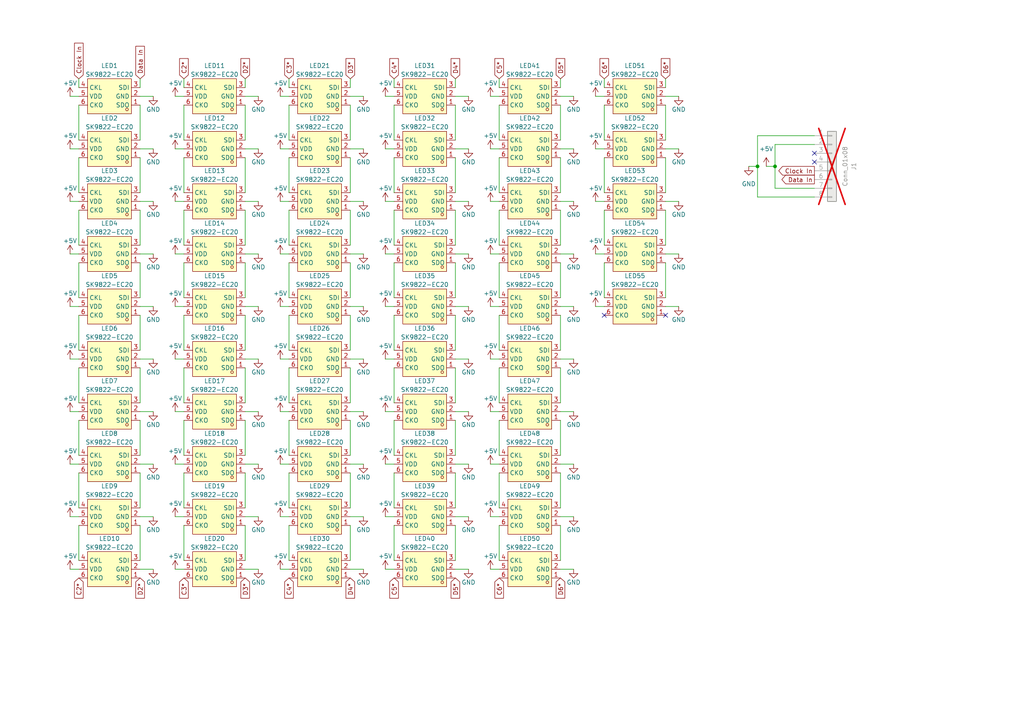
<source format=kicad_sch>
(kicad_sch (version 20230121) (generator eeschema)
  (paper "A4")
  (lib_symbols
    (symbol "Connector_Generic:Conn_01x08" (pin_names (offset 1.016) hide)
      (property "Reference" "J" (at 0 10.16 0))
      (property "Value" "Conn_01x08" (at 0 -12.7 0))
      (symbol "Conn_01x08_1_1"
        (rectangle (start -1.27 -10.033) (end 0 -10.287) (stroke (width 0.1524)))
        (rectangle (start -1.27 -7.493) (end 0 -7.747) (stroke (width 0.1524)))
        (rectangle (start -1.27 -4.953) (end 0 -5.207) (stroke (width 0.1524)))
        (rectangle (start -1.27 -2.413) (end 0 -2.667) (stroke (width 0.1524)))
        (rectangle (start -1.27 0.127) (end 0 -0.127) (stroke (width 0.1524)))
        (rectangle (start -1.27 2.667) (end 0 2.413) (stroke (width 0.1524)))
        (rectangle (start -1.27 5.207) (end 0 4.953) (stroke (width 0.1524)))
        (rectangle (start -1.27 7.747) (end 0 7.493) (stroke (width 0.1524)))
        (rectangle (start -1.27 8.89) (end 1.27 -11.43) (stroke (width 0.254)) (fill (type background)))
        (pin passive line (at -5.08 7.62 0) (length 3.81) (name "Pin_1") (number "1"))
        (pin passive line (at -5.08 5.08 0) (length 3.81) (name "Pin_2") (number "2"))
        (pin passive line (at -5.08 2.54 0) (length 3.81) (name "Pin_3") (number "3"))
        (pin passive line (at -5.08 0 0) (length 3.81) (name "Pin_4") (number "4"))
        (pin passive line (at -5.08 -2.54 0) (length 3.81) (name "Pin_5") (number "5"))
        (pin passive line (at -5.08 -5.08 0) (length 3.81) (name "Pin_6") (number "6"))
        (pin passive line (at -5.08 -7.62 0) (length 3.81) (name "Pin_7") (number "7"))
        (pin passive line (at -5.08 -10.16 0) (length 3.81) (name "Pin_8") (number "8"))
      )
    )
    (symbol "lcsc_components:SK9822-EC20"
      (property "Reference" "LED" (at 0 7.62 0))
      (property "Value" "SK9822-EC20" (at 0 -7.62 0))
      (symbol "SK9822-EC20_0_1"
        (rectangle (start -7.62 5.08) (end 5.08 -5.08) (fill (type background)))
        (circle (center -6.35 3.81) (radius 0.38))
        (pin unspecified line (at -10.16 2.54 0) (length 2.54) (name "SDO") (number "1"))
        (pin unspecified line (at -10.16 0 0) (length 2.54) (name "GND") (number "2"))
        (pin unspecified line (at -10.16 -2.54 0) (length 2.54) (name "SDI") (number "3"))
        (pin unspecified line (at 7.62 -2.54 180) (length 2.54) (name "CKL") (number "4"))
        (pin unspecified line (at 7.62 0 180) (length 2.54) (name "VDD") (number "5"))
        (pin unspecified line (at 7.62 2.54 180) (length 2.54) (name "CKO") (number "6"))
      )
    )
    (symbol "power:+5V" (power) (pin_names (offset 0))
      (property "Value" "+5V" (at 0 3.556 0))
      (symbol "+5V_0_1"
        (polyline (pts (xy -0.762 1.27) (xy 0 2.54)))
        (polyline (pts (xy 0 0) (xy 0 2.54)))
        (polyline (pts (xy 0 2.54) (xy 0.762 1.27)))
      )
      (symbol "+5V_1_1"
        (pin power_in line (at 0 0 90) (length 0) hide (name "+5V") (number "1"))
      )
    )
    (symbol "power:GND" (power) (pin_names (offset 0))
      (property "Value" "GND" (at 0 -3.81 0))
      (symbol "GND_0_1"
        (polyline (pts (xy 0 0) (xy 0 -1.27) (xy 1.27 -1.27) (xy 0 -2.54) (xy -1.27 -1.27) (xy 0 -1.27)))
      )
      (symbol "GND_1_1"
        (pin power_in line (at 0 0 270) (length 0) hide (name "GND") (number "1"))
      )
    )
  )
  (junction (at 224.79 48.26))
  (junction (at 219.71 48.26))
  (no_connect (at 236.22 44.45))
  (no_connect (at 236.22 46.99))
  (no_connect (at 175.26 91.44))
  (no_connect (at 193.04 91.44))
  (wire (pts (xy 50.8 149.86) (xy 53.34 149.86)))
  (wire (pts (xy 193.04 73.66) (xy 196.85 73.66)))
  (wire (pts (xy 132.08 119.38) (xy 135.89 119.38)))
  (wire (pts (xy 53.34 76.2) (xy 53.34 86.36)))
  (wire (pts (xy 101.6 149.86) (xy 105.41 149.86)))
  (wire (pts (xy 142.24 149.86) (xy 144.78 149.86)))
  (wire (pts (xy 40.64 30.48) (xy 40.64 40.64)))
  (wire (pts (xy 111.76 119.38) (xy 114.3 119.38)))
  (wire (pts (xy 172.72 43.18) (xy 175.26 43.18)))
  (wire (pts (xy 144.78 22.86) (xy 144.78 25.4)))
  (wire (pts (xy 172.72 73.66) (xy 175.26 73.66)))
  (wire (pts (xy 101.6 134.62) (xy 105.41 134.62)))
  (wire (pts (xy 132.08 149.86) (xy 135.89 149.86)))
  (wire (pts (xy 114.3 121.92) (xy 114.3 132.08)))
  (wire (pts (xy 175.26 60.96) (xy 175.26 71.12)))
  (wire (pts (xy 20.32 149.86) (xy 22.86 149.86)))
  (wire (pts (xy 144.78 152.4) (xy 144.78 162.56)))
  (wire (pts (xy 40.64 88.9) (xy 44.45 88.9)))
  (wire (pts (xy 22.86 106.68) (xy 22.86 116.84)))
  (wire (pts (xy 132.08 152.4) (xy 132.08 162.56)))
  (wire (pts (xy 144.78 30.48) (xy 144.78 40.64)))
  (wire (pts (xy 144.78 76.2) (xy 144.78 86.36)))
  (wire (pts (xy 162.56 76.2) (xy 162.56 86.36)))
  (wire (pts (xy 101.6 43.18) (xy 105.41 43.18)))
  (wire (pts (xy 71.12 73.66) (xy 74.93 73.66)))
  (wire (pts (xy 81.28 149.86) (xy 83.82 149.86)))
  (wire (pts (xy 114.3 137.16) (xy 114.3 147.32)))
  (wire (pts (xy 53.34 91.44) (xy 53.34 101.6)))
  (wire (pts (xy 162.56 22.86) (xy 162.56 25.4)))
  (wire (pts (xy 132.08 27.94) (xy 135.89 27.94)))
  (wire (pts (xy 162.56 45.72) (xy 162.56 55.88)))
  (wire (pts (xy 40.64 91.44) (xy 40.64 101.6)))
  (wire (pts (xy 175.26 45.72) (xy 175.26 55.88)))
  (wire (pts (xy 22.86 121.92) (xy 22.86 132.08)))
  (wire (pts (xy 142.24 73.66) (xy 144.78 73.66)))
  (wire (pts (xy 71.12 137.16) (xy 71.12 147.32)))
  (wire (pts (xy 101.6 76.2) (xy 101.6 86.36)))
  (wire (pts (xy 81.28 43.18) (xy 83.82 43.18)))
  (wire (pts (xy 144.78 106.68) (xy 144.78 116.84)))
  (wire (pts (xy 22.86 30.48) (xy 22.86 40.64)))
  (wire (pts (xy 40.64 45.72) (xy 40.64 55.88)))
  (wire (pts (xy 132.08 134.62) (xy 135.89 134.62)))
  (wire (pts (xy 40.64 60.96) (xy 40.64 71.12)))
  (wire (pts (xy 101.6 45.72) (xy 101.6 55.88)))
  (wire (pts (xy 83.82 91.44) (xy 83.82 101.6)))
  (wire (pts (xy 22.86 91.44) (xy 22.86 101.6)))
  (wire (pts (xy 172.72 27.94) (xy 175.26 27.94)))
  (wire (pts (xy 172.72 88.9) (xy 175.26 88.9)))
  (wire (pts (xy 50.8 88.9) (xy 53.34 88.9)))
  (wire (pts (xy 142.24 119.38) (xy 144.78 119.38)))
  (wire (pts (xy 50.8 165.1) (xy 53.34 165.1)))
  (wire (pts (xy 71.12 149.86) (xy 74.93 149.86)))
  (wire (pts (xy 101.6 104.14) (xy 105.41 104.14)))
  (wire (pts (xy 71.12 43.18) (xy 74.93 43.18)))
  (wire (pts (xy 193.04 30.48) (xy 193.04 40.64)))
  (wire (pts (xy 162.56 91.44) (xy 162.56 101.6)))
  (wire (pts (xy 142.24 165.1) (xy 144.78 165.1)))
  (wire (pts (xy 162.56 60.96) (xy 162.56 71.12)))
  (wire (pts (xy 50.8 43.18) (xy 53.34 43.18)))
  (wire (pts (xy 71.12 22.86) (xy 71.12 25.4)))
  (wire (pts (xy 20.32 104.14) (xy 22.86 104.14)))
  (wire (pts (xy 81.28 104.14) (xy 83.82 104.14)))
  (wire (pts (xy 81.28 27.94) (xy 83.82 27.94)))
  (wire (pts (xy 71.12 91.44) (xy 71.12 101.6)))
  (wire (pts (xy 83.82 60.96) (xy 83.82 71.12)))
  (wire (pts (xy 50.8 73.66) (xy 53.34 73.66)))
  (wire (pts (xy 111.76 134.62) (xy 114.3 134.62)))
  (wire (pts (xy 53.34 121.92) (xy 53.34 132.08)))
  (wire (pts (xy 40.64 106.68) (xy 40.64 116.84)))
  (wire (pts (xy 81.28 88.9) (xy 83.82 88.9)))
  (wire (pts (xy 20.32 88.9) (xy 22.86 88.9)))
  (wire (pts (xy 114.3 152.4) (xy 114.3 162.56)))
  (wire (pts (xy 111.76 27.94) (xy 114.3 27.94)))
  (wire (pts (xy 50.8 27.94) (xy 53.34 27.94)))
  (wire (pts (xy 101.6 30.48) (xy 101.6 40.64)))
  (wire (pts (xy 162.56 149.86) (xy 166.37 149.86)))
  (wire (pts (xy 219.71 39.37) (xy 219.71 48.26)))
  (wire (pts (xy 144.78 60.96) (xy 144.78 71.12)))
  (wire (pts (xy 83.82 76.2) (xy 83.82 86.36)))
  (wire (pts (xy 40.64 73.66) (xy 44.45 73.66)))
  (wire (pts (xy 175.26 76.2) (xy 175.26 86.36)))
  (wire (pts (xy 50.8 134.62) (xy 53.34 134.62)))
  (wire (pts (xy 22.86 22.86) (xy 22.86 25.4)))
  (wire (pts (xy 132.08 88.9) (xy 135.89 88.9)))
  (wire (pts (xy 53.34 152.4) (xy 53.34 162.56)))
  (wire (pts (xy 101.6 137.16) (xy 101.6 147.32)))
  (wire (pts (xy 40.64 22.86) (xy 40.64 25.4)))
  (wire (pts (xy 101.6 22.86) (xy 101.6 25.4)))
  (wire (pts (xy 162.56 30.48) (xy 162.56 40.64)))
  (wire (pts (xy 101.6 121.92) (xy 101.6 132.08)))
  (wire (pts (xy 40.64 121.92) (xy 40.64 132.08)))
  (wire (pts (xy 175.26 30.48) (xy 175.26 40.64)))
  (wire (pts (xy 101.6 60.96) (xy 101.6 71.12)))
  (wire (pts (xy 132.08 165.1) (xy 135.89 165.1)))
  (wire (pts (xy 193.04 45.72) (xy 193.04 55.88)))
  (wire (pts (xy 142.24 43.18) (xy 144.78 43.18)))
  (wire (pts (xy 50.8 104.14) (xy 53.34 104.14)))
  (wire (pts (xy 132.08 60.96) (xy 132.08 71.12)))
  (wire (pts (xy 111.76 149.86) (xy 114.3 149.86)))
  (wire (pts (xy 114.3 76.2) (xy 114.3 86.36)))
  (wire (pts (xy 71.12 134.62) (xy 74.93 134.62)))
  (wire (pts (xy 53.34 45.72) (xy 53.34 55.88)))
  (wire (pts (xy 71.12 152.4) (xy 71.12 162.56)))
  (wire (pts (xy 111.76 88.9) (xy 114.3 88.9)))
  (wire (pts (xy 20.32 119.38) (xy 22.86 119.38)))
  (wire (pts (xy 71.12 106.68) (xy 71.12 116.84)))
  (wire (pts (xy 101.6 152.4) (xy 101.6 162.56)))
  (wire (pts (xy 132.08 45.72) (xy 132.08 55.88)))
  (wire (pts (xy 224.79 48.26) (xy 222.25 48.26)))
  (wire (pts (xy 101.6 27.94) (xy 105.41 27.94)))
  (wire (pts (xy 144.78 137.16) (xy 144.78 147.32)))
  (wire (pts (xy 193.04 88.9) (xy 196.85 88.9)))
  (wire (pts (xy 162.56 43.18) (xy 166.37 43.18)))
  (wire (pts (xy 101.6 91.44) (xy 101.6 101.6)))
  (wire (pts (xy 101.6 88.9) (xy 105.41 88.9)))
  (wire (pts (xy 40.64 165.1) (xy 44.45 165.1)))
  (wire (pts (xy 71.12 27.94) (xy 74.93 27.94)))
  (wire (pts (xy 71.12 119.38) (xy 74.93 119.38)))
  (wire (pts (xy 40.64 137.16) (xy 40.64 147.32)))
  (wire (pts (xy 83.82 106.68) (xy 83.82 116.84)))
  (wire (pts (xy 193.04 43.18) (xy 196.85 43.18)))
  (wire (pts (xy 132.08 76.2) (xy 132.08 86.36)))
  (wire (pts (xy 162.56 73.66) (xy 166.37 73.66)))
  (wire (pts (xy 83.82 121.92) (xy 83.82 132.08)))
  (wire (pts (xy 132.08 91.44) (xy 132.08 101.6)))
  (wire (pts (xy 81.28 58.42) (xy 83.82 58.42)))
  (wire (pts (xy 83.82 137.16) (xy 83.82 147.32)))
  (wire (pts (xy 71.12 121.92) (xy 71.12 132.08)))
  (wire (pts (xy 132.08 121.92) (xy 132.08 132.08)))
  (wire (pts (xy 142.24 88.9) (xy 144.78 88.9)))
  (wire (pts (xy 22.86 137.16) (xy 22.86 147.32)))
  (wire (pts (xy 132.08 30.48) (xy 132.08 40.64)))
  (wire (pts (xy 219.71 57.15) (xy 219.71 48.26)))
  (wire (pts (xy 40.64 119.38) (xy 44.45 119.38)))
  (wire (pts (xy 172.72 58.42) (xy 175.26 58.42)))
  (wire (pts (xy 22.86 76.2) (xy 22.86 86.36)))
  (wire (pts (xy 40.64 58.42) (xy 44.45 58.42)))
  (wire (pts (xy 71.12 165.1) (xy 74.93 165.1)))
  (wire (pts (xy 20.32 27.94) (xy 22.86 27.94)))
  (wire (pts (xy 40.64 43.18) (xy 44.45 43.18)))
  (wire (pts (xy 22.86 45.72) (xy 22.86 55.88)))
  (wire (pts (xy 111.76 73.66) (xy 114.3 73.66)))
  (wire (pts (xy 236.22 41.91) (xy 224.79 41.91)))
  (wire (pts (xy 144.78 91.44) (xy 144.78 101.6)))
  (wire (pts (xy 53.34 106.68) (xy 53.34 116.84)))
  (wire (pts (xy 132.08 104.14) (xy 135.89 104.14)))
  (wire (pts (xy 114.3 91.44) (xy 114.3 101.6)))
  (wire (pts (xy 101.6 106.68) (xy 101.6 116.84)))
  (wire (pts (xy 193.04 76.2) (xy 193.04 86.36)))
  (wire (pts (xy 142.24 27.94) (xy 144.78 27.94)))
  (wire (pts (xy 111.76 165.1) (xy 114.3 165.1)))
  (wire (pts (xy 224.79 41.91) (xy 224.79 48.26)))
  (wire (pts (xy 40.64 27.94) (xy 44.45 27.94)))
  (wire (pts (xy 40.64 149.86) (xy 44.45 149.86)))
  (wire (pts (xy 144.78 45.72) (xy 144.78 55.88)))
  (wire (pts (xy 71.12 58.42) (xy 74.93 58.42)))
  (wire (pts (xy 83.82 30.48) (xy 83.82 40.64)))
  (wire (pts (xy 236.22 39.37) (xy 219.71 39.37)))
  (wire (pts (xy 162.56 121.92) (xy 162.56 132.08)))
  (wire (pts (xy 175.26 22.86) (xy 175.26 25.4)))
  (wire (pts (xy 20.32 134.62) (xy 22.86 134.62)))
  (wire (pts (xy 114.3 60.96) (xy 114.3 71.12)))
  (wire (pts (xy 114.3 30.48) (xy 114.3 40.64)))
  (wire (pts (xy 71.12 88.9) (xy 74.93 88.9)))
  (wire (pts (xy 22.86 152.4) (xy 22.86 162.56)))
  (wire (pts (xy 53.34 22.86) (xy 53.34 25.4)))
  (wire (pts (xy 40.64 76.2) (xy 40.64 86.36)))
  (wire (pts (xy 71.12 76.2) (xy 71.12 86.36)))
  (wire (pts (xy 162.56 106.68) (xy 162.56 116.84)))
  (wire (pts (xy 144.78 121.92) (xy 144.78 132.08)))
  (wire (pts (xy 162.56 152.4) (xy 162.56 162.56)))
  (wire (pts (xy 142.24 104.14) (xy 144.78 104.14)))
  (wire (pts (xy 50.8 58.42) (xy 53.34 58.42)))
  (wire (pts (xy 193.04 22.86) (xy 193.04 25.4)))
  (wire (pts (xy 53.34 60.96) (xy 53.34 71.12)))
  (wire (pts (xy 162.56 88.9) (xy 166.37 88.9)))
  (wire (pts (xy 236.22 57.15) (xy 219.71 57.15)))
  (wire (pts (xy 83.82 22.86) (xy 83.82 25.4)))
  (wire (pts (xy 132.08 137.16) (xy 132.08 147.32)))
  (wire (pts (xy 162.56 58.42) (xy 166.37 58.42)))
  (wire (pts (xy 142.24 58.42) (xy 144.78 58.42)))
  (wire (pts (xy 142.24 134.62) (xy 144.78 134.62)))
  (wire (pts (xy 224.79 54.61) (xy 224.79 48.26)))
  (wire (pts (xy 53.34 30.48) (xy 53.34 40.64)))
  (wire (pts (xy 40.64 104.14) (xy 44.45 104.14)))
  (wire (pts (xy 162.56 165.1) (xy 166.37 165.1)))
  (wire (pts (xy 53.34 137.16) (xy 53.34 147.32)))
  (wire (pts (xy 162.56 134.62) (xy 166.37 134.62)))
  (wire (pts (xy 132.08 58.42) (xy 135.89 58.42)))
  (wire (pts (xy 81.28 119.38) (xy 83.82 119.38)))
  (wire (pts (xy 101.6 165.1) (xy 105.41 165.1)))
  (wire (pts (xy 114.3 22.86) (xy 114.3 25.4)))
  (wire (pts (xy 20.32 73.66) (xy 22.86 73.66)))
  (wire (pts (xy 132.08 22.86) (xy 132.08 25.4)))
  (wire (pts (xy 111.76 43.18) (xy 114.3 43.18)))
  (wire (pts (xy 71.12 104.14) (xy 74.93 104.14)))
  (wire (pts (xy 71.12 30.48) (xy 71.12 40.64)))
  (wire (pts (xy 81.28 134.62) (xy 83.82 134.62)))
  (wire (pts (xy 71.12 60.96) (xy 71.12 71.12)))
  (wire (pts (xy 20.32 43.18) (xy 22.86 43.18)))
  (wire (pts (xy 162.56 27.94) (xy 166.37 27.94)))
  (wire (pts (xy 101.6 58.42) (xy 105.41 58.42)))
  (wire (pts (xy 162.56 104.14) (xy 166.37 104.14)))
  (wire (pts (xy 236.22 54.61) (xy 224.79 54.61)))
  (wire (pts (xy 83.82 45.72) (xy 83.82 55.88)))
  (wire (pts (xy 162.56 137.16) (xy 162.56 147.32)))
  (wire (pts (xy 20.32 58.42) (xy 22.86 58.42)))
  (wire (pts (xy 81.28 73.66) (xy 83.82 73.66)))
  (wire (pts (xy 101.6 119.38) (xy 105.41 119.38)))
  (wire (pts (xy 22.86 60.96) (xy 22.86 71.12)))
  (wire (pts (xy 193.04 60.96) (xy 193.04 71.12)))
  (wire (pts (xy 114.3 106.68) (xy 114.3 116.84)))
  (wire (pts (xy 132.08 73.66) (xy 135.89 73.66)))
  (wire (pts (xy 81.28 165.1) (xy 83.82 165.1)))
  (wire (pts (xy 219.71 48.26) (xy 217.17 48.26)))
  (wire (pts (xy 50.8 119.38) (xy 53.34 119.38)))
  (wire (pts (xy 132.08 106.68) (xy 132.08 116.84)))
  (wire (pts (xy 111.76 58.42) (xy 114.3 58.42)))
  (wire (pts (xy 193.04 58.42) (xy 196.85 58.42)))
  (wire (pts (xy 193.04 27.94) (xy 196.85 27.94)))
  (wire (pts (xy 40.64 152.4) (xy 40.64 162.56)))
  (wire (pts (xy 83.82 152.4) (xy 83.82 162.56)))
  (wire (pts (xy 162.56 119.38) (xy 166.37 119.38)))
  (wire (pts (xy 40.64 134.62) (xy 44.45 134.62)))
  (wire (pts (xy 111.76 104.14) (xy 114.3 104.14)))
  (wire (pts (xy 101.6 73.66) (xy 105.41 73.66)))
  (wire (pts (xy 114.3 45.72) (xy 114.3 55.88)))
  (wire (pts (xy 20.32 165.1) (xy 22.86 165.1)))
  (wire (pts (xy 132.08 43.18) (xy 135.89 43.18)))
  (wire (pts (xy 71.12 45.72) (xy 71.12 55.88)))
  (global_label "D3*" (shape input) (at 101.6 22.86 90) (property "Intersheetrefs" "${INTERSHEET_REFS}" (effects hide)))
  (global_label "C2*" (shape input) (at 22.86 167.64 270) (property "Intersheetrefs" "${INTERSHEET_REFS}" (effects hide)))
  (global_label "D6*" (shape input) (at 162.56 167.64 270) (property "Intersheetrefs" "${INTERSHEET_REFS}" (effects hide)))
  (global_label "C6*" (shape input) (at 144.78 167.64 270) (property "Intersheetrefs" "${INTERSHEET_REFS}" (effects hide)))
  (global_label "Data In" (shape input) (at 40.64 22.86 90) (property "Intersheetrefs" "${INTERSHEET_REFS}" (effects hide)))
  (global_label "C5*" (shape input) (at 114.3 167.64 270) (property "Intersheetrefs" "${INTERSHEET_REFS}" (effects hide)))
  (global_label "D5*" (shape input) (at 132.08 167.64 270) (property "Intersheetrefs" "${INTERSHEET_REFS}" (effects hide)))
  (global_label "D3*" (shape input) (at 71.12 167.64 270) (property "Intersheetrefs" "${INTERSHEET_REFS}" (effects hide)))
  (global_label "D2*" (shape input) (at 71.12 22.86 90) (property "Intersheetrefs" "${INTERSHEET_REFS}" (effects hide)))
  (global_label "C3*" (shape input) (at 53.34 167.64 270) (property "Intersheetrefs" "${INTERSHEET_REFS}" (effects hide)))
  (global_label "D5*" (shape input) (at 162.56 22.86 90) (property "Intersheetrefs" "${INTERSHEET_REFS}" (effects hide)))
  (global_label "D4*" (shape input) (at 101.6 167.64 270) (property "Intersheetrefs" "${INTERSHEET_REFS}" (effects hide)))
  (global_label "Clock In" (shape input) (at 22.86 22.86 90) (property "Intersheetrefs" "${INTERSHEET_REFS}" (effects hide)))
  (global_label "C2*" (shape input) (at 53.34 22.86 90) (property "Intersheetrefs" "${INTERSHEET_REFS}" (effects hide)))
  (global_label "C4*" (shape input) (at 83.82 167.64 270) (property "Intersheetrefs" "${INTERSHEET_REFS}" (effects hide)))
  (global_label "Data In" (shape output) (at 236.22 52.07 180) (property "Intersheetrefs" "${INTERSHEET_REFS}" (effects hide)))
  (global_label "C4*" (shape input) (at 114.3 22.86 90) (property "Intersheetrefs" "${INTERSHEET_REFS}" (effects hide)))
  (global_label "D2*" (shape input) (at 40.64 167.64 270) (property "Intersheetrefs" "${INTERSHEET_REFS}" (effects hide)))
  (global_label "C3*" (shape input) (at 83.82 22.86 90) (property "Intersheetrefs" "${INTERSHEET_REFS}" (effects hide)))
  (global_label "Clock In" (shape output) (at 236.22 49.53 180) (property "Intersheetrefs" "${INTERSHEET_REFS}" (effects hide)))
  (global_label "C5*" (shape input) (at 144.78 22.86 90) (property "Intersheetrefs" "${INTERSHEET_REFS}" (effects hide)))
  (global_label "D4*" (shape input) (at 132.08 22.86 90) (property "Intersheetrefs" "${INTERSHEET_REFS}" (effects hide)))
  (global_label "C6*" (shape input) (at 175.26 22.86 90) (property "Intersheetrefs" "${INTERSHEET_REFS}" (effects hide)))
  (global_label "D6*" (shape input) (at 193.04 22.86 90) (property "Intersheetrefs" "${INTERSHEET_REFS}" (effects hide)))
  (symbol (lib_id "lcsc_components:SK9822-EC20") (at 121.92 88.9 180) (unit 1)
    (property "Reference" "LED35" (at 123.19 80.01 0))
    (property "Value" "SK9822-EC20" (at 123.19 82.55 0))
    (property "Footprint" "lcsc_components:LED-SMD_6P-L2.0-W2.0-P0.80-TL" (effects hide))
    (property "LCSC Part" "C2909059" (effects hide))
  )
  (symbol (lib_id "power:GND") (at 166.37 58.42 0) (unit 1)
    (property "Reference" "#PWR095" (effects hide))
    (property "Value" "GND" (at 166.37 62.23 0))
  )
  (symbol (lib_id "power:GND") (at 74.93 134.62 0) (unit 1)
    (property "Reference" "#PWR040" (effects hide))
    (property "Value" "GND" (at 74.93 138.43 0))
  )
  (symbol (lib_id "lcsc_components:SK9822-EC20") (at 152.4 134.62 180) (unit 1)
    (property "Reference" "LED48" (at 153.67 125.73 0))
    (property "Value" "SK9822-EC20" (at 153.67 128.27 0))
    (property "Footprint" "lcsc_components:LED-SMD_6P-L2.0-W2.0-P0.80-TL" (effects hide))
    (property "LCSC Part" "C2909059" (effects hide))
  )
  (symbol (lib_id "lcsc_components:SK9822-EC20") (at 121.92 104.14 180) (unit 1)
    (property "Reference" "LED36" (at 123.19 95.25 0))
    (property "Value" "SK9822-EC20" (at 123.19 97.79 0))
    (property "Footprint" "lcsc_components:LED-SMD_6P-L2.0-W2.0-P0.80-TL" (effects hide))
    (property "LCSC Part" "C2909059" (effects hide))
  )
  (symbol (lib_id "power:+5V") (at 111.76 134.62 0) (unit 1)
    (property "Reference" "#PWR070" (effects hide))
    (property "Value" "+5V" (at 111.76 130.81 0))
  )
  (symbol (lib_id "power:+5V") (at 81.28 134.62 0) (unit 1)
    (property "Reference" "#PWR050" (effects hide))
    (property "Value" "+5V" (at 81.28 130.81 0))
  )
  (symbol (lib_id "power:GND") (at 74.93 27.94 0) (unit 1)
    (property "Reference" "#PWR033" (effects hide))
    (property "Value" "GND" (at 74.93 31.75 0))
  )
  (symbol (lib_id "power:+5V") (at 142.24 43.18 0) (unit 1)
    (property "Reference" "#PWR084" (effects hide))
    (property "Value" "+5V" (at 142.24 39.37 0))
  )
  (symbol (lib_id "power:GND") (at 166.37 73.66 0) (unit 1)
    (property "Reference" "#PWR096" (effects hide))
    (property "Value" "GND" (at 166.37 77.47 0))
  )
  (symbol (lib_id "power:GND") (at 135.89 27.94 0) (unit 1)
    (property "Reference" "#PWR073" (effects hide))
    (property "Value" "GND" (at 135.89 31.75 0))
  )
  (symbol (lib_id "power:GND") (at 166.37 27.94 0) (unit 1)
    (property "Reference" "#PWR093" (effects hide))
    (property "Value" "GND" (at 166.37 31.75 0))
  )
  (symbol (lib_id "power:+5V") (at 111.76 149.86 0) (unit 1)
    (property "Reference" "#PWR071" (effects hide))
    (property "Value" "+5V" (at 111.76 146.05 0))
  )
  (symbol (lib_id "power:+5V") (at 172.72 43.18 0) (unit 1)
    (property "Reference" "#PWR0104" (effects hide))
    (property "Value" "+5V" (at 172.72 39.37 0))
  )
  (symbol (lib_id "power:GND") (at 44.45 165.1 0) (unit 1)
    (property "Reference" "#PWR022" (effects hide))
    (property "Value" "GND" (at 44.45 168.91 0))
  )
  (symbol (lib_id "power:GND") (at 105.41 73.66 0) (unit 1)
    (property "Reference" "#PWR056" (effects hide))
    (property "Value" "GND" (at 105.41 77.47 0))
  )
  (symbol (lib_id "lcsc_components:SK9822-EC20") (at 30.48 165.1 180) (unit 1)
    (property "Reference" "LED10" (at 31.75 156.21 0))
    (property "Value" "SK9822-EC20" (at 31.75 158.75 0))
    (property "Footprint" "lcsc_components:LED-SMD_6P-L2.0-W2.0-P0.80-TL" (effects hide))
    (property "LCSC Part" "C2909059" (effects hide))
  )
  (symbol (lib_id "power:GND") (at 44.45 104.14 0) (unit 1)
    (property "Reference" "#PWR014" (effects hide))
    (property "Value" "GND" (at 44.45 107.95 0))
  )
  (symbol (lib_id "power:GND") (at 135.89 119.38 0) (unit 1)
    (property "Reference" "#PWR079" (effects hide))
    (property "Value" "GND" (at 135.89 123.19 0))
  )
  (symbol (lib_id "power:+5V") (at 142.24 165.1 0) (unit 1)
    (property "Reference" "#PWR092" (effects hide))
    (property "Value" "+5V" (at 142.24 161.29 0))
  )
  (symbol (lib_id "power:+5V") (at 142.24 104.14 0) (unit 1)
    (property "Reference" "#PWR088" (effects hide))
    (property "Value" "+5V" (at 142.24 100.33 0))
  )
  (symbol (lib_id "lcsc_components:SK9822-EC20") (at 30.48 88.9 180) (unit 1)
    (property "Reference" "LED5" (at 31.75 80.01 0))
    (property "Value" "SK9822-EC20" (at 31.75 82.55 0))
    (property "Footprint" "lcsc_components:LED-SMD_6P-L2.0-W2.0-P0.80-TL" (effects hide))
    (property "LCSC Part" "C2909059" (effects hide))
  )
  (symbol (lib_id "power:+5V") (at 20.32 73.66 0) (unit 1)
    (property "Reference" "#PWR09" (effects hide))
    (property "Value" "+5V" (at 20.32 69.85 0))
  )
  (symbol (lib_id "lcsc_components:SK9822-EC20") (at 152.4 104.14 180) (unit 1)
    (property "Reference" "LED46" (at 153.67 95.25 0))
    (property "Value" "SK9822-EC20" (at 153.67 97.79 0))
    (property "Footprint" "lcsc_components:LED-SMD_6P-L2.0-W2.0-P0.80-TL" (effects hide))
    (property "LCSC Part" "C2909059" (effects hide))
  )
  (symbol (lib_id "power:GND") (at 105.41 43.18 0) (unit 1)
    (property "Reference" "#PWR054" (effects hide))
    (property "Value" "GND" (at 105.41 46.99 0))
  )
  (symbol (lib_id "lcsc_components:SK9822-EC20") (at 60.96 149.86 180) (unit 1)
    (property "Reference" "LED19" (at 62.23 140.97 0))
    (property "Value" "SK9822-EC20" (at 62.23 143.51 0))
    (property "Footprint" "lcsc_components:LED-SMD_6P-L2.0-W2.0-P0.80-TL" (effects hide))
    (property "LCSC Part" "C2909059" (effects hide))
  )
  (symbol (lib_id "power:+5V") (at 172.72 73.66 0) (unit 1)
    (property "Reference" "#PWR0106" (effects hide))
    (property "Value" "+5V" (at 172.72 69.85 0))
  )
  (symbol (lib_id "power:+5V") (at 142.24 27.94 0) (unit 1)
    (property "Reference" "#PWR083" (effects hide))
    (property "Value" "+5V" (at 142.24 24.13 0))
  )
  (symbol (lib_id "lcsc_components:SK9822-EC20") (at 121.92 134.62 180) (unit 1)
    (property "Reference" "LED38" (at 123.19 125.73 0))
    (property "Value" "SK9822-EC20" (at 123.19 128.27 0))
    (property "Footprint" "lcsc_components:LED-SMD_6P-L2.0-W2.0-P0.80-TL" (effects hide))
    (property "LCSC Part" "C2909059" (effects hide))
  )
  (symbol (lib_id "power:GND") (at 105.41 88.9 0) (unit 1)
    (property "Reference" "#PWR057" (effects hide))
    (property "Value" "GND" (at 105.41 92.71 0))
  )
  (symbol (lib_id "lcsc_components:SK9822-EC20") (at 152.4 73.66 180) (unit 1)
    (property "Reference" "LED44" (at 153.67 64.77 0))
    (property "Value" "SK9822-EC20" (at 153.67 67.31 0))
    (property "Footprint" "lcsc_components:LED-SMD_6P-L2.0-W2.0-P0.80-TL" (effects hide))
    (property "LCSC Part" "C2909059" (effects hide))
  )
  (symbol (lib_id "power:+5V") (at 50.8 119.38 0) (unit 1)
    (property "Reference" "#PWR029" (effects hide))
    (property "Value" "+5V" (at 50.8 115.57 0))
  )
  (symbol (lib_id "lcsc_components:SK9822-EC20") (at 30.48 73.66 180) (unit 1)
    (property "Reference" "LED4" (at 31.75 64.77 0))
    (property "Value" "SK9822-EC20" (at 31.75 67.31 0))
    (property "Footprint" "lcsc_components:LED-SMD_6P-L2.0-W2.0-P0.80-TL" (effects hide))
    (property "LCSC Part" "C2909059" (effects hide))
  )
  (symbol (lib_id "power:GND") (at 74.93 43.18 0) (unit 1)
    (property "Reference" "#PWR034" (effects hide))
    (property "Value" "GND" (at 74.93 46.99 0))
  )
  (symbol (lib_id "lcsc_components:SK9822-EC20") (at 91.44 149.86 180) (unit 1)
    (property "Reference" "LED29" (at 92.71 140.97 0))
    (property "Value" "SK9822-EC20" (at 92.71 143.51 0))
    (property "Footprint" "lcsc_components:LED-SMD_6P-L2.0-W2.0-P0.80-TL" (effects hide))
    (property "LCSC Part" "C2909059" (effects hide))
  )
  (symbol (lib_id "power:+5V") (at 20.32 58.42 0) (unit 1)
    (property "Reference" "#PWR07" (effects hide))
    (property "Value" "+5V" (at 20.32 54.61 0))
  )
  (symbol (lib_id "power:+5V") (at 81.28 104.14 0) (unit 1)
    (property "Reference" "#PWR048" (effects hide))
    (property "Value" "+5V" (at 81.28 100.33 0))
  )
  (symbol (lib_id "power:GND") (at 217.17 48.26 0) (unit 1)
    (property "Reference" "#PWR01" (effects hide))
    (property "Value" "GND" (at 217.17 53.34 0))
  )
  (symbol (lib_id "power:+5V") (at 142.24 149.86 0) (unit 1)
    (property "Reference" "#PWR091" (effects hide))
    (property "Value" "+5V" (at 142.24 146.05 0))
  )
  (symbol (lib_id "power:+5V") (at 222.25 48.26 0) (unit 1)
    (property "Reference" "#PWR02" (effects hide))
    (property "Value" "+5V" (at 222.25 43.18 0))
  )
  (symbol (lib_id "lcsc_components:SK9822-EC20") (at 91.44 165.1 180) (unit 1)
    (property "Reference" "LED30" (at 92.71 156.21 0))
    (property "Value" "SK9822-EC20" (at 92.71 158.75 0))
    (property "Footprint" "lcsc_components:LED-SMD_6P-L2.0-W2.0-P0.80-TL" (effects hide))
    (property "LCSC Part" "C2909059" (effects hide))
  )
  (symbol (lib_id "power:+5V") (at 142.24 58.42 0) (unit 1)
    (property "Reference" "#PWR085" (effects hide))
    (property "Value" "+5V" (at 142.24 54.61 0))
  )
  (symbol (lib_id "power:GND") (at 135.89 88.9 0) (unit 1)
    (property "Reference" "#PWR077" (effects hide))
    (property "Value" "GND" (at 135.89 92.71 0))
  )
  (symbol (lib_id "lcsc_components:SK9822-EC20") (at 121.92 43.18 180) (unit 1)
    (property "Reference" "LED32" (at 123.19 34.29 0))
    (property "Value" "SK9822-EC20" (at 123.19 36.83 0))
    (property "Footprint" "lcsc_components:LED-SMD_6P-L2.0-W2.0-P0.80-TL" (effects hide))
    (property "LCSC Part" "C2909059" (effects hide))
  )
  (symbol (lib_id "lcsc_components:SK9822-EC20") (at 60.96 88.9 180) (unit 1)
    (property "Reference" "LED15" (at 62.23 80.01 0))
    (property "Value" "SK9822-EC20" (at 62.23 82.55 0))
    (property "Footprint" "lcsc_components:LED-SMD_6P-L2.0-W2.0-P0.80-TL" (effects hide))
    (property "LCSC Part" "C2909059" (effects hide))
  )
  (symbol (lib_id "power:+5V") (at 20.32 119.38 0) (unit 1)
    (property "Reference" "#PWR015" (effects hide))
    (property "Value" "+5V" (at 20.32 115.57 0))
  )
  (symbol (lib_id "lcsc_components:SK9822-EC20") (at 30.48 119.38 180) (unit 1)
    (property "Reference" "LED7" (at 31.75 110.49 0))
    (property "Value" "SK9822-EC20" (at 31.75 113.03 0))
    (property "Footprint" "lcsc_components:LED-SMD_6P-L2.0-W2.0-P0.80-TL" (effects hide))
    (property "LCSC Part" "C2909059" (effects hide))
  )
  (symbol (lib_id "lcsc_components:SK9822-EC20") (at 152.4 88.9 180) (unit 1)
    (property "Reference" "LED45" (at 153.67 80.01 0))
    (property "Value" "SK9822-EC20" (at 153.67 82.55 0))
    (property "Footprint" "lcsc_components:LED-SMD_6P-L2.0-W2.0-P0.80-TL" (effects hide))
    (property "LCSC Part" "C2909059" (effects hide))
  )
  (symbol (lib_id "lcsc_components:SK9822-EC20") (at 152.4 165.1 180) (unit 1)
    (property "Reference" "LED50" (at 153.67 156.21 0))
    (property "Value" "SK9822-EC20" (at 153.67 158.75 0))
    (property "Footprint" "lcsc_components:LED-SMD_6P-L2.0-W2.0-P0.80-TL" (effects hide))
    (property "LCSC Part" "C2909059" (effects hide))
  )
  (symbol (lib_id "power:+5V") (at 20.32 43.18 0) (unit 1)
    (property "Reference" "#PWR05" (effects hide))
    (property "Value" "+5V" (at 20.32 39.37 0))
  )
  (symbol (lib_id "lcsc_components:SK9822-EC20") (at 60.96 104.14 180) (unit 1)
    (property "Reference" "LED16" (at 62.23 95.25 0))
    (property "Value" "SK9822-EC20" (at 62.23 97.79 0))
    (property "Footprint" "lcsc_components:LED-SMD_6P-L2.0-W2.0-P0.80-TL" (effects hide))
    (property "LCSC Part" "C2909059" (effects hide))
  )
  (symbol (lib_id "power:GND") (at 44.45 27.94 0) (unit 1)
    (property "Reference" "#PWR03" (effects hide))
    (property "Value" "GND" (at 44.45 31.75 0))
  )
  (symbol (lib_id "power:+5V") (at 111.76 27.94 0) (unit 1)
    (property "Reference" "#PWR063" (effects hide))
    (property "Value" "+5V" (at 111.76 24.13 0))
  )
  (symbol (lib_id "power:+5V") (at 172.72 88.9 0) (unit 1)
    (property "Reference" "#PWR0107" (effects hide))
    (property "Value" "+5V" (at 172.72 85.09 0))
  )
  (symbol (lib_id "lcsc_components:SK9822-EC20") (at 91.44 104.14 180) (unit 1)
    (property "Reference" "LED26" (at 92.71 95.25 0))
    (property "Value" "SK9822-EC20" (at 92.71 97.79 0))
    (property "Footprint" "lcsc_components:LED-SMD_6P-L2.0-W2.0-P0.80-TL" (effects hide))
    (property "LCSC Part" "C2909059" (effects hide))
  )
  (symbol (lib_id "Connector_Generic:Conn_01x08") (at 241.3 46.99 0) (unit 1) (in_bom no) (dnp yes)
    (property "Reference" "J1" (at 247.65 48.26 90))
    (property "Value" "Conn_01x08" (at 245.11 48.26 90))
    (property "Footprint" "Library:FPC_01x08_conn" (effects hide))
  )
  (symbol (lib_id "power:+5V") (at 142.24 134.62 0) (unit 1)
    (property "Reference" "#PWR090" (effects hide))
    (property "Value" "+5V" (at 142.24 130.81 0))
  )
  (symbol (lib_id "power:GND") (at 44.45 58.42 0) (unit 1)
    (property "Reference" "#PWR08" (effects hide))
    (property "Value" "GND" (at 44.45 62.23 0))
  )
  (symbol (lib_id "power:GND") (at 166.37 104.14 0) (unit 1)
    (property "Reference" "#PWR098" (effects hide))
    (property "Value" "GND" (at 166.37 107.95 0))
  )
  (symbol (lib_id "lcsc_components:SK9822-EC20") (at 152.4 58.42 180) (unit 1)
    (property "Reference" "LED43" (at 153.67 49.53 0))
    (property "Value" "SK9822-EC20" (at 153.67 52.07 0))
    (property "Footprint" "lcsc_components:LED-SMD_6P-L2.0-W2.0-P0.80-TL" (effects hide))
    (property "LCSC Part" "C2909059" (effects hide))
  )
  (symbol (lib_id "power:+5V") (at 50.8 58.42 0) (unit 1)
    (property "Reference" "#PWR025" (effects hide))
    (property "Value" "+5V" (at 50.8 54.61 0))
  )
  (symbol (lib_id "power:+5V") (at 81.28 119.38 0) (unit 1)
    (property "Reference" "#PWR049" (effects hide))
    (property "Value" "+5V" (at 81.28 115.57 0))
  )
  (symbol (lib_id "power:GND") (at 74.93 73.66 0) (unit 1)
    (property "Reference" "#PWR036" (effects hide))
    (property "Value" "GND" (at 74.93 77.47 0))
  )
  (symbol (lib_id "power:GND") (at 166.37 149.86 0) (unit 1)
    (property "Reference" "#PWR0101" (effects hide))
    (property "Value" "GND" (at 166.37 153.67 0))
  )
  (symbol (lib_id "power:+5V") (at 81.28 58.42 0) (unit 1)
    (property "Reference" "#PWR045" (effects hide))
    (property "Value" "+5V" (at 81.28 54.61 0))
  )
  (symbol (lib_id "power:GND") (at 44.45 43.18 0) (unit 1)
    (property "Reference" "#PWR06" (effects hide))
    (property "Value" "GND" (at 44.45 46.99 0))
  )
  (symbol (lib_id "power:+5V") (at 50.8 104.14 0) (unit 1)
    (property "Reference" "#PWR028" (effects hide))
    (property "Value" "+5V" (at 50.8 100.33 0))
  )
  (symbol (lib_id "power:GND") (at 105.41 149.86 0) (unit 1)
    (property "Reference" "#PWR061" (effects hide))
    (property "Value" "GND" (at 105.41 153.67 0))
  )
  (symbol (lib_id "power:GND") (at 196.85 27.94 0) (unit 1)
    (property "Reference" "#PWR0113" (effects hide))
    (property "Value" "GND" (at 196.85 31.75 0))
  )
  (symbol (lib_id "lcsc_components:SK9822-EC20") (at 182.88 58.42 180) (unit 1)
    (property "Reference" "LED53" (at 184.15 49.53 0))
    (property "Value" "SK9822-EC20" (at 184.15 52.07 0))
    (property "Footprint" "lcsc_components:LED-SMD_6P-L2.0-W2.0-P0.80-TL" (effects hide))
    (property "LCSC Part" "C2909059" (effects hide))
  )
  (symbol (lib_id "power:GND") (at 74.93 149.86 0) (unit 1)
    (property "Reference" "#PWR041" (effects hide))
    (property "Value" "GND" (at 74.93 153.67 0))
  )
  (symbol (lib_id "power:+5V") (at 50.8 134.62 0) (unit 1)
    (property "Reference" "#PWR030" (effects hide))
    (property "Value" "+5V" (at 50.8 130.81 0))
  )
  (symbol (lib_id "lcsc_components:SK9822-EC20") (at 30.48 27.94 180) (unit 1)
    (property "Reference" "LED1" (at 31.75 19.05 0))
    (property "Value" "SK9822-EC20" (at 31.75 21.59 0))
    (property "Footprint" "lcsc_components:LED-SMD_6P-L2.0-W2.0-P0.80-TL" (effects hide))
    (property "LCSC Part" "C2909059" (effects hide))
  )
  (symbol (lib_id "lcsc_components:SK9822-EC20") (at 30.48 134.62 180) (unit 1)
    (property "Reference" "LED8" (at 31.75 125.73 0))
    (property "Value" "SK9822-EC20" (at 31.75 128.27 0))
    (property "Footprint" "lcsc_components:LED-SMD_6P-L2.0-W2.0-P0.80-TL" (effects hide))
    (property "LCSC Part" "C2909059" (effects hide))
  )
  (symbol (lib_id "power:GND") (at 166.37 119.38 0) (unit 1)
    (property "Reference" "#PWR099" (effects hide))
    (property "Value" "GND" (at 166.37 123.19 0))
  )
  (symbol (lib_id "lcsc_components:SK9822-EC20") (at 121.92 149.86 180) (unit 1)
    (property "Reference" "LED39" (at 123.19 140.97 0))
    (property "Value" "SK9822-EC20" (at 123.19 143.51 0))
    (property "Footprint" "lcsc_components:LED-SMD_6P-L2.0-W2.0-P0.80-TL" (effects hide))
    (property "LCSC Part" "C2909059" (effects hide))
  )
  (symbol (lib_id "lcsc_components:SK9822-EC20") (at 60.96 165.1 180) (unit 1)
    (property "Reference" "LED20" (at 62.23 156.21 0))
    (property "Value" "SK9822-EC20" (at 62.23 158.75 0))
    (property "Footprint" "lcsc_components:LED-SMD_6P-L2.0-W2.0-P0.80-TL" (effects hide))
    (property "LCSC Part" "C2909059" (effects hide))
  )
  (symbol (lib_id "power:GND") (at 74.93 119.38 0) (unit 1)
    (property "Reference" "#PWR039" (effects hide))
    (property "Value" "GND" (at 74.93 123.19 0))
  )
  (symbol (lib_id "lcsc_components:SK9822-EC20") (at 60.96 43.18 180) (unit 1)
    (property "Reference" "LED12" (at 62.23 34.29 0))
    (property "Value" "SK9822-EC20" (at 62.23 36.83 0))
    (property "Footprint" "lcsc_components:LED-SMD_6P-L2.0-W2.0-P0.80-TL" (effects hide))
    (property "LCSC Part" "C2909059" (effects hide))
  )
  (symbol (lib_id "power:+5V") (at 81.28 88.9 0) (unit 1)
    (property "Reference" "#PWR047" (effects hide))
    (property "Value" "+5V" (at 81.28 85.09 0))
  )
  (symbol (lib_id "lcsc_components:SK9822-EC20") (at 121.92 119.38 180) (unit 1)
    (property "Reference" "LED37" (at 123.19 110.49 0))
    (property "Value" "SK9822-EC20" (at 123.19 113.03 0))
    (property "Footprint" "lcsc_components:LED-SMD_6P-L2.0-W2.0-P0.80-TL" (effects hide))
    (property "LCSC Part" "C2909059" (effects hide))
  )
  (symbol (lib_id "power:GND") (at 166.37 43.18 0) (unit 1)
    (property "Reference" "#PWR094" (effects hide))
    (property "Value" "GND" (at 166.37 46.99 0))
  )
  (symbol (lib_id "power:+5V") (at 50.8 43.18 0) (unit 1)
    (property "Reference" "#PWR024" (effects hide))
    (property "Value" "+5V" (at 50.8 39.37 0))
  )
  (symbol (lib_id "power:+5V") (at 81.28 165.1 0) (unit 1)
    (property "Reference" "#PWR052" (effects hide))
    (property "Value" "+5V" (at 81.28 161.29 0))
  )
  (symbol (lib_id "power:GND") (at 74.93 88.9 0) (unit 1)
    (property "Reference" "#PWR037" (effects hide))
    (property "Value" "GND" (at 74.93 92.71 0))
  )
  (symbol (lib_id "lcsc_components:SK9822-EC20") (at 60.96 73.66 180) (unit 1)
    (property "Reference" "LED14" (at 62.23 64.77 0))
    (property "Value" "SK9822-EC20" (at 62.23 67.31 0))
    (property "Footprint" "lcsc_components:LED-SMD_6P-L2.0-W2.0-P0.80-TL" (effects hide))
    (property "LCSC Part" "C2909059" (effects hide))
  )
  (symbol (lib_id "power:+5V") (at 50.8 27.94 0) (unit 1)
    (property "Reference" "#PWR023" (effects hide))
    (property "Value" "+5V" (at 50.8 24.13 0))
  )
  (symbol (lib_id "power:+5V") (at 111.76 58.42 0) (unit 1)
    (property "Reference" "#PWR065" (effects hide))
    (property "Value" "+5V" (at 111.76 54.61 0))
  )
  (symbol (lib_id "power:GND") (at 135.89 165.1 0) (unit 1)
    (property "Reference" "#PWR082" (effects hide))
    (property "Value" "GND" (at 135.89 168.91 0))
  )
  (symbol (lib_id "power:+5V") (at 20.32 149.86 0) (unit 1)
    (property "Reference" "#PWR019" (effects hide))
    (property "Value" "+5V" (at 20.32 146.05 0))
  )
  (symbol (lib_id "lcsc_components:SK9822-EC20") (at 121.92 165.1 180) (unit 1)
    (property "Reference" "LED40" (at 123.19 156.21 0))
    (property "Value" "SK9822-EC20" (at 123.19 158.75 0))
    (property "Footprint" "lcsc_components:LED-SMD_6P-L2.0-W2.0-P0.80-TL" (effects hide))
    (property "LCSC Part" "C2909059" (effects hide))
  )
  (symbol (lib_id "power:+5V") (at 172.72 27.94 0) (unit 1)
    (property "Reference" "#PWR0103" (effects hide))
    (property "Value" "+5V" (at 172.72 24.13 0))
  )
  (symbol (lib_id "power:+5V") (at 142.24 88.9 0) (unit 1)
    (property "Reference" "#PWR087" (effects hide))
    (property "Value" "+5V" (at 142.24 85.09 0))
  )
  (symbol (lib_id "power:+5V") (at 111.76 88.9 0) (unit 1)
    (property "Reference" "#PWR067" (effects hide))
    (property "Value" "+5V" (at 111.76 85.09 0))
  )
  (symbol (lib_id "power:GND") (at 105.41 119.38 0) (unit 1)
    (property "Reference" "#PWR059" (effects hide))
    (property "Value" "GND" (at 105.41 123.19 0))
  )
  (symbol (lib_id "lcsc_components:SK9822-EC20") (at 182.88 73.66 180) (unit 1)
    (property "Reference" "LED54" (at 184.15 64.77 0))
    (property "Value" "SK9822-EC20" (at 184.15 67.31 0))
    (property "Footprint" "lcsc_components:LED-SMD_6P-L2.0-W2.0-P0.80-TL" (effects hide))
    (property "LCSC Part" "C2909059" (effects hide))
  )
  (symbol (lib_id "lcsc_components:SK9822-EC20") (at 91.44 119.38 180) (unit 1)
    (property "Reference" "LED27" (at 92.71 110.49 0))
    (property "Value" "SK9822-EC20" (at 92.71 113.03 0))
    (property "Footprint" "lcsc_components:LED-SMD_6P-L2.0-W2.0-P0.80-TL" (effects hide))
    (property "LCSC Part" "C2909059" (effects hide))
  )
  (symbol (lib_id "lcsc_components:SK9822-EC20") (at 60.96 134.62 180) (unit 1)
    (property "Reference" "LED18" (at 62.23 125.73 0))
    (property "Value" "SK9822-EC20" (at 62.23 128.27 0))
    (property "Footprint" "lcsc_components:LED-SMD_6P-L2.0-W2.0-P0.80-TL" (effects hide))
    (property "LCSC Part" "C2909059" (effects hide))
  )
  (symbol (lib_id "power:+5V") (at 142.24 119.38 0) (unit 1)
    (property "Reference" "#PWR089" (effects hide))
    (property "Value" "+5V" (at 142.24 115.57 0))
  )
  (symbol (lib_id "power:+5V") (at 111.76 165.1 0) (unit 1)
    (property "Reference" "#PWR072" (effects hide))
    (property "Value" "+5V" (at 111.76 161.29 0))
  )
  (symbol (lib_id "power:+5V") (at 142.24 73.66 0) (unit 1)
    (property "Reference" "#PWR086" (effects hide))
    (property "Value" "+5V" (at 142.24 69.85 0))
  )
  (symbol (lib_id "power:GND") (at 166.37 134.62 0) (unit 1)
    (property "Reference" "#PWR0100" (effects hide))
    (property "Value" "GND" (at 166.37 138.43 0))
  )
  (symbol (lib_id "lcsc_components:SK9822-EC20") (at 152.4 149.86 180) (unit 1)
    (property "Reference" "LED49" (at 153.67 140.97 0))
    (property "Value" "SK9822-EC20" (at 153.67 143.51 0))
    (property "Footprint" "lcsc_components:LED-SMD_6P-L2.0-W2.0-P0.80-TL" (effects hide))
    (property "LCSC Part" "C2909059" (effects hide))
  )
  (symbol (lib_id "power:GND") (at 196.85 73.66 0) (unit 1)
    (property "Reference" "#PWR0116" (effects hide))
    (property "Value" "GND" (at 196.85 77.47 0))
  )
  (symbol (lib_id "lcsc_components:SK9822-EC20") (at 152.4 43.18 180) (unit 1)
    (property "Reference" "LED42" (at 153.67 34.29 0))
    (property "Value" "SK9822-EC20" (at 153.67 36.83 0))
    (property "Footprint" "lcsc_components:LED-SMD_6P-L2.0-W2.0-P0.80-TL" (effects hide))
    (property "LCSC Part" "C2909059" (effects hide))
  )
  (symbol (lib_id "power:+5V") (at 111.76 119.38 0) (unit 1)
    (property "Reference" "#PWR069" (effects hide))
    (property "Value" "+5V" (at 111.76 115.57 0))
  )
  (symbol (lib_id "lcsc_components:SK9822-EC20") (at 91.44 43.18 180) (unit 1)
    (property "Reference" "LED22" (at 92.71 34.29 0))
    (property "Value" "SK9822-EC20" (at 92.71 36.83 0))
    (property "Footprint" "lcsc_components:LED-SMD_6P-L2.0-W2.0-P0.80-TL" (effects hide))
    (property "LCSC Part" "C2909059" (effects hide))
  )
  (symbol (lib_id "power:+5V") (at 111.76 73.66 0) (unit 1)
    (property "Reference" "#PWR066" (effects hide))
    (property "Value" "+5V" (at 111.76 69.85 0))
  )
  (symbol (lib_id "lcsc_components:SK9822-EC20") (at 30.48 43.18 180) (unit 1)
    (property "Reference" "LED2" (at 31.75 34.29 0))
    (property "Value" "SK9822-EC20" (at 31.75 36.83 0))
    (property "Footprint" "lcsc_components:LED-SMD_6P-L2.0-W2.0-P0.80-TL" (effects hide))
    (property "LCSC Part" "C2909059" (effects hide))
  )
  (symbol (lib_id "lcsc_components:SK9822-EC20") (at 30.48 104.14 180) (unit 1)
    (property "Reference" "LED6" (at 31.75 95.25 0))
    (property "Value" "SK9822-EC20" (at 31.75 97.79 0))
    (property "Footprint" "lcsc_components:LED-SMD_6P-L2.0-W2.0-P0.80-TL" (effects hide))
    (property "LCSC Part" "C2909059" (effects hide))
  )
  (symbol (lib_id "power:GND") (at 135.89 104.14 0) (unit 1)
    (property "Reference" "#PWR078" (effects hide))
    (property "Value" "GND" (at 135.89 107.95 0))
  )
  (symbol (lib_id "power:+5V") (at 20.32 27.94 0) (unit 1)
    (property "Reference" "#PWR04" (effects hide))
    (property "Value" "+5V" (at 20.32 24.13 0))
  )
  (symbol (lib_id "power:GND") (at 74.93 165.1 0) (unit 1)
    (property "Reference" "#PWR042" (effects hide))
    (property "Value" "GND" (at 74.93 168.91 0))
  )
  (symbol (lib_id "power:+5V") (at 81.28 73.66 0) (unit 1)
    (property "Reference" "#PWR046" (effects hide))
    (property "Value" "+5V" (at 81.28 69.85 0))
  )
  (symbol (lib_id "power:GND") (at 196.85 88.9 0) (unit 1)
    (property "Reference" "#PWR0117" (effects hide))
    (property "Value" "GND" (at 196.85 92.71 0))
  )
  (symbol (lib_id "power:GND") (at 44.45 149.86 0) (unit 1)
    (property "Reference" "#PWR020" (effects hide))
    (property "Value" "GND" (at 44.45 153.67 0))
  )
  (symbol (lib_id "power:+5V") (at 20.32 134.62 0) (unit 1)
    (property "Reference" "#PWR017" (effects hide))
    (property "Value" "+5V" (at 20.32 130.81 0))
  )
  (symbol (lib_id "lcsc_components:SK9822-EC20") (at 152.4 27.94 180) (unit 1)
    (property "Reference" "LED41" (at 153.67 19.05 0))
    (property "Value" "SK9822-EC20" (at 153.67 21.59 0))
    (property "Footprint" "lcsc_components:LED-SMD_6P-L2.0-W2.0-P0.80-TL" (effects hide))
    (property "LCSC Part" "C2909059" (effects hide))
  )
  (symbol (lib_id "lcsc_components:SK9822-EC20") (at 60.96 119.38 180) (unit 1)
    (property "Reference" "LED17" (at 62.23 110.49 0))
    (property "Value" "SK9822-EC20" (at 62.23 113.03 0))
    (property "Footprint" "lcsc_components:LED-SMD_6P-L2.0-W2.0-P0.80-TL" (effects hide))
    (property "LCSC Part" "C2909059" (effects hide))
  )
  (symbol (lib_id "lcsc_components:SK9822-EC20") (at 60.96 27.94 180) (unit 1)
    (property "Reference" "LED11" (at 62.23 19.05 0))
    (property "Value" "SK9822-EC20" (at 62.23 21.59 0))
    (property "Footprint" "lcsc_components:LED-SMD_6P-L2.0-W2.0-P0.80-TL" (effects hide))
    (property "LCSC Part" "C2909059" (effects hide))
  )
  (symbol (lib_id "power:GND") (at 135.89 58.42 0) (unit 1)
    (property "Reference" "#PWR075" (effects hide))
    (property "Value" "GND" (at 135.89 62.23 0))
  )
  (symbol (lib_id "lcsc_components:SK9822-EC20") (at 121.92 58.42 180) (unit 1)
    (property "Reference" "LED33" (at 123.19 49.53 0))
    (property "Value" "SK9822-EC20" (at 123.19 52.07 0))
    (property "Footprint" "lcsc_components:LED-SMD_6P-L2.0-W2.0-P0.80-TL" (effects hide))
    (property "LCSC Part" "C2909059" (effects hide))
  )
  (symbol (lib_id "lcsc_components:SK9822-EC20") (at 152.4 119.38 180) (unit 1)
    (property "Reference" "LED47" (at 153.67 110.49 0))
    (property "Value" "SK9822-EC20" (at 153.67 113.03 0))
    (property "Footprint" "lcsc_components:LED-SMD_6P-L2.0-W2.0-P0.80-TL" (effects hide))
    (property "LCSC Part" "C2909059" (effects hide))
  )
  (symbol (lib_id "power:GND") (at 135.89 134.62 0) (unit 1)
    (property "Reference" "#PWR080" (effects hide))
    (property "Value" "GND" (at 135.89 138.43 0))
  )
  (symbol (lib_id "power:+5V") (at 81.28 43.18 0) (unit 1)
    (property "Reference" "#PWR044" (effects hide))
    (property "Value" "+5V" (at 81.28 39.37 0))
  )
  (symbol (lib_id "power:GND") (at 44.45 73.66 0) (unit 1)
    (property "Reference" "#PWR010" (effects hide))
    (property "Value" "GND" (at 44.45 77.47 0))
  )
  (symbol (lib_id "power:GND") (at 44.45 119.38 0) (unit 1)
    (property "Reference" "#PWR016" (effects hide))
    (property "Value" "GND" (at 44.45 123.19 0))
  )
  (symbol (lib_id "power:GND") (at 166.37 88.9 0) (unit 1)
    (property "Reference" "#PWR097" (effects hide))
    (property "Value" "GND" (at 166.37 92.71 0))
  )
  (symbol (lib_id "lcsc_components:SK9822-EC20") (at 91.44 73.66 180) (unit 1)
    (property "Reference" "LED24" (at 92.71 64.77 0))
    (property "Value" "SK9822-EC20" (at 92.71 67.31 0))
    (property "Footprint" "lcsc_components:LED-SMD_6P-L2.0-W2.0-P0.80-TL" (effects hide))
    (property "LCSC Part" "C2909059" (effects hide))
  )
  (symbol (lib_id "lcsc_components:SK9822-EC20") (at 121.92 73.66 180) (unit 1)
    (property "Reference" "LED34" (at 123.19 64.77 0))
    (property "Value" "SK9822-EC20" (at 123.19 67.31 0))
    (property "Footprint" "lcsc_components:LED-SMD_6P-L2.0-W2.0-P0.80-TL" (effects hide))
    (property "LCSC Part" "C2909059" (effects hide))
  )
  (symbol (lib_id "lcsc_components:SK9822-EC20") (at 91.44 88.9 180) (unit 1)
    (property "Reference" "LED25" (at 92.71 80.01 0))
    (property "Value" "SK9822-EC20" (at 92.71 82.55 0))
    (property "Footprint" "lcsc_components:LED-SMD_6P-L2.0-W2.0-P0.80-TL" (effects hide))
    (property "LCSC Part" "C2909059" (effects hide))
  )
  (symbol (lib_id "power:+5V") (at 20.32 104.14 0) (unit 1)
    (property "Reference" "#PWR013" (effects hide))
    (property "Value" "+5V" (at 20.32 100.33 0))
  )
  (symbol (lib_id "power:+5V") (at 20.32 165.1 0) (unit 1)
    (property "Reference" "#PWR021" (effects hide))
    (property "Value" "+5V" (at 20.32 161.29 0))
  )
  (symbol (lib_id "power:GND") (at 105.41 104.14 0) (unit 1)
    (property "Reference" "#PWR058" (effects hide))
    (property "Value" "GND" (at 105.41 107.95 0))
  )
  (symbol (lib_id "power:+5V") (at 50.8 73.66 0) (unit 1)
    (property "Reference" "#PWR026" (effects hide))
    (property "Value" "+5V" (at 50.8 69.85 0))
  )
  (symbol (lib_id "lcsc_components:SK9822-EC20") (at 60.96 58.42 180) (unit 1)
    (property "Reference" "LED13" (at 62.23 49.53 0))
    (property "Value" "SK9822-EC20" (at 62.23 52.07 0))
    (property "Footprint" "lcsc_components:LED-SMD_6P-L2.0-W2.0-P0.80-TL" (effects hide))
    (property "LCSC Part" "C2909059" (effects hide))
  )
  (symbol (lib_id "power:GND") (at 135.89 73.66 0) (unit 1)
    (property "Reference" "#PWR076" (effects hide))
    (property "Value" "GND" (at 135.89 77.47 0))
  )
  (symbol (lib_id "power:+5V") (at 50.8 165.1 0) (unit 1)
    (property "Reference" "#PWR032" (effects hide))
    (property "Value" "+5V" (at 50.8 161.29 0))
  )
  (symbol (lib_id "power:GND") (at 105.41 134.62 0) (unit 1)
    (property "Reference" "#PWR060" (effects hide))
    (property "Value" "GND" (at 105.41 138.43 0))
  )
  (symbol (lib_id "power:+5V") (at 20.32 88.9 0) (unit 1)
    (property "Reference" "#PWR011" (effects hide))
    (property "Value" "+5V" (at 20.32 85.09 0))
  )
  (symbol (lib_id "power:GND") (at 105.41 58.42 0) (unit 1)
    (property "Reference" "#PWR055" (effects hide))
    (property "Value" "GND" (at 105.41 62.23 0))
  )
  (symbol (lib_id "power:GND") (at 196.85 43.18 0) (unit 1)
    (property "Reference" "#PWR0114" (effects hide))
    (property "Value" "GND" (at 196.85 46.99 0))
  )
  (symbol (lib_id "power:GND") (at 74.93 104.14 0) (unit 1)
    (property "Reference" "#PWR038" (effects hide))
    (property "Value" "GND" (at 74.93 107.95 0))
  )
  (symbol (lib_id "power:+5V") (at 111.76 43.18 0) (unit 1)
    (property "Reference" "#PWR064" (effects hide))
    (property "Value" "+5V" (at 111.76 39.37 0))
  )
  (symbol (lib_id "power:GND") (at 196.85 58.42 0) (unit 1)
    (property "Reference" "#PWR0115" (effects hide))
    (property "Value" "GND" (at 196.85 62.23 0))
  )
  (symbol (lib_id "power:+5V") (at 81.28 27.94 0) (unit 1)
    (property "Reference" "#PWR043" (effects hide))
    (property "Value" "+5V" (at 81.28 24.13 0))
  )
  (symbol (lib_id "power:+5V") (at 50.8 88.9 0) (unit 1)
    (property "Reference" "#PWR027" (effects hide))
    (property "Value" "+5V" (at 50.8 85.09 0))
  )
  (symbol (lib_id "lcsc_components:SK9822-EC20") (at 91.44 134.62 180) (unit 1)
    (property "Reference" "LED28" (at 92.71 125.73 0))
    (property "Value" "SK9822-EC20" (at 92.71 128.27 0))
    (property "Footprint" "lcsc_components:LED-SMD_6P-L2.0-W2.0-P0.80-TL" (effects hide))
    (property "LCSC Part" "C2909059" (effects hide))
  )
  (symbol (lib_id "lcsc_components:SK9822-EC20") (at 182.88 27.94 180) (unit 1)
    (property "Reference" "LED51" (at 184.15 19.05 0))
    (property "Value" "SK9822-EC20" (at 184.15 21.59 0))
    (property "Footprint" "lcsc_components:LED-SMD_6P-L2.0-W2.0-P0.80-TL" (effects hide))
    (property "LCSC Part" "C2909059" (effects hide))
  )
  (symbol (lib_id "power:+5V") (at 172.72 58.42 0) (unit 1)
    (property "Reference" "#PWR0105" (effects hide))
    (property "Value" "+5V" (at 172.72 54.61 0))
  )
  (symbol (lib_id "power:GND") (at 105.41 27.94 0) (unit 1)
    (property "Reference" "#PWR053" (effects hide))
    (property "Value" "GND" (at 105.41 31.75 0))
  )
  (symbol (lib_id "power:GND") (at 74.93 58.42 0) (unit 1)
    (property "Reference" "#PWR035" (effects hide))
    (property "Value" "GND" (at 74.93 62.23 0))
  )
  (symbol (lib_id "power:GND") (at 135.89 43.18 0) (unit 1)
    (property "Reference" "#PWR074" (effects hide))
    (property "Value" "GND" (at 135.89 46.99 0))
  )
  (symbol (lib_id "power:GND") (at 166.37 165.1 0) (unit 1)
    (property "Reference" "#PWR0102" (effects hide))
    (property "Value" "GND" (at 166.37 168.91 0))
  )
  (symbol (lib_id "lcsc_components:SK9822-EC20") (at 30.48 58.42 180) (unit 1)
    (property "Reference" "LED3" (at 31.75 49.53 0))
    (property "Value" "SK9822-EC20" (at 31.75 52.07 0))
    (property "Footprint" "lcsc_components:LED-SMD_6P-L2.0-W2.0-P0.80-TL" (effects hide))
    (property "LCSC Part" "C2909059" (effects hide))
  )
  (symbol (lib_id "lcsc_components:SK9822-EC20") (at 182.88 43.18 180) (unit 1)
    (property "Reference" "LED52" (at 184.15 34.29 0))
    (property "Value" "SK9822-EC20" (at 184.15 36.83 0))
    (property "Footprint" "lcsc_components:LED-SMD_6P-L2.0-W2.0-P0.80-TL" (effects hide))
    (property "LCSC Part" "C2909059" (effects hide))
  )
  (symbol (lib_id "power:+5V") (at 50.8 149.86 0) (unit 1)
    (property "Reference" "#PWR031" (effects hide))
    (property "Value" "+5V" (at 50.8 146.05 0))
  )
  (symbol (lib_id "power:GND") (at 135.89 149.86 0) (unit 1)
    (property "Reference" "#PWR081" (effects hide))
    (property "Value" "GND" (at 135.89 153.67 0))
  )
  (symbol (lib_id "lcsc_components:SK9822-EC20") (at 121.92 27.94 180) (unit 1)
    (property "Reference" "LED31" (at 123.19 19.05 0))
    (property "Value" "SK9822-EC20" (at 123.19 21.59 0))
    (property "Footprint" "lcsc_components:LED-SMD_6P-L2.0-W2.0-P0.80-TL" (effects hide))
    (property "LCSC Part" "C2909059" (effects hide))
  )
  (symbol (lib_id "lcsc_components:SK9822-EC20") (at 91.44 58.42 180) (unit 1)
    (property "Reference" "LED23" (at 92.71 49.53 0))
    (property "Value" "SK9822-EC20" (at 92.71 52.07 0))
    (property "Footprint" "lcsc_components:LED-SMD_6P-L2.0-W2.0-P0.80-TL" (effects hide))
    (property "LCSC Part" "C2909059" (effects hide))
  )
  (symbol (lib_id "power:+5V") (at 111.76 104.14 0) (unit 1)
    (property "Reference" "#PWR068" (effects hide))
    (property "Value" "+5V" (at 111.76 100.33 0))
  )
  (symbol (lib_id "power:+5V") (at 81.28 149.86 0) (unit 1)
    (property "Reference" "#PWR051" (effects hide))
    (property "Value" "+5V" (at 81.28 146.05 0))
  )
  (symbol (lib_id "power:GND") (at 44.45 134.62 0) (unit 1)
    (property "Reference" "#PWR018" (effects hide))
    (property "Value" "GND" (at 44.45 138.43 0))
  )
  (symbol (lib_id "lcsc_components:SK9822-EC20") (at 30.48 149.86 180) (unit 1)
    (property "Reference" "LED9" (at 31.75 140.97 0))
    (property "Value" "SK9822-EC20" (at 31.75 143.51 0))
    (property "Footprint" "lcsc_components:LED-SMD_6P-L2.0-W2.0-P0.80-TL" (effects hide))
    (property "LCSC Part" "C2909059" (effects hide))
  )
  (symbol (lib_id "power:GND") (at 44.45 88.9 0) (unit 1)
    (property "Reference" "#PWR012" (effects hide))
    (property "Value" "GND" (at 44.45 92.71 0))
  )
  (symbol (lib_id "lcsc_components:SK9822-EC20") (at 182.88 88.9 180) (unit 1)
    (property "Reference" "LED55" (at 184.15 80.01 0))
    (property "Value" "SK9822-EC20" (at 184.15 82.55 0))
    (property "Footprint" "lcsc_components:LED-SMD_6P-L2.0-W2.0-P0.80-TL" (effects hide))
    (property "LCSC Part" "C2909059" (effects hide))
  )
  (symbol (lib_id "power:GND") (at 105.41 165.1 0) (unit 1)
    (property "Reference" "#PWR062" (effects hide))
    (property "Value" "GND" (at 105.41 168.91 0))
  )
  (symbol (lib_id "lcsc_components:SK9822-EC20") (at 91.44 27.94 180) (unit 1)
    (property "Reference" "LED21" (at 92.71 19.05 0))
    (property "Value" "SK9822-EC20" (at 92.71 21.59 0))
    (property "Footprint" "lcsc_components:LED-SMD_6P-L2.0-W2.0-P0.80-TL" (effects hide))
    (property "LCSC Part" "C2909059" (effects hide))
  )
)
</source>
